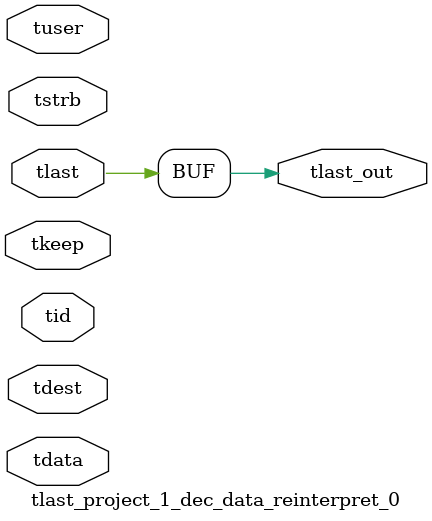
<source format=v>


`timescale 1ps/1ps

module tlast_project_1_dec_data_reinterpret_0 #
(
parameter C_S_AXIS_TID_WIDTH   = 1,
parameter C_S_AXIS_TUSER_WIDTH = 0,
parameter C_S_AXIS_TDATA_WIDTH = 0,
parameter C_S_AXIS_TDEST_WIDTH = 0
)
(
input  [(C_S_AXIS_TID_WIDTH   == 0 ? 1 : C_S_AXIS_TID_WIDTH)-1:0       ] tid,
input  [(C_S_AXIS_TDATA_WIDTH == 0 ? 1 : C_S_AXIS_TDATA_WIDTH)-1:0     ] tdata,
input  [(C_S_AXIS_TUSER_WIDTH == 0 ? 1 : C_S_AXIS_TUSER_WIDTH)-1:0     ] tuser,
input  [(C_S_AXIS_TDEST_WIDTH == 0 ? 1 : C_S_AXIS_TDEST_WIDTH)-1:0     ] tdest,
input  [(C_S_AXIS_TDATA_WIDTH/8)-1:0 ] tkeep,
input  [(C_S_AXIS_TDATA_WIDTH/8)-1:0 ] tstrb,
input  [0:0]                                                             tlast,
output                                                                   tlast_out
);

assign tlast_out = {tlast};

endmodule


</source>
